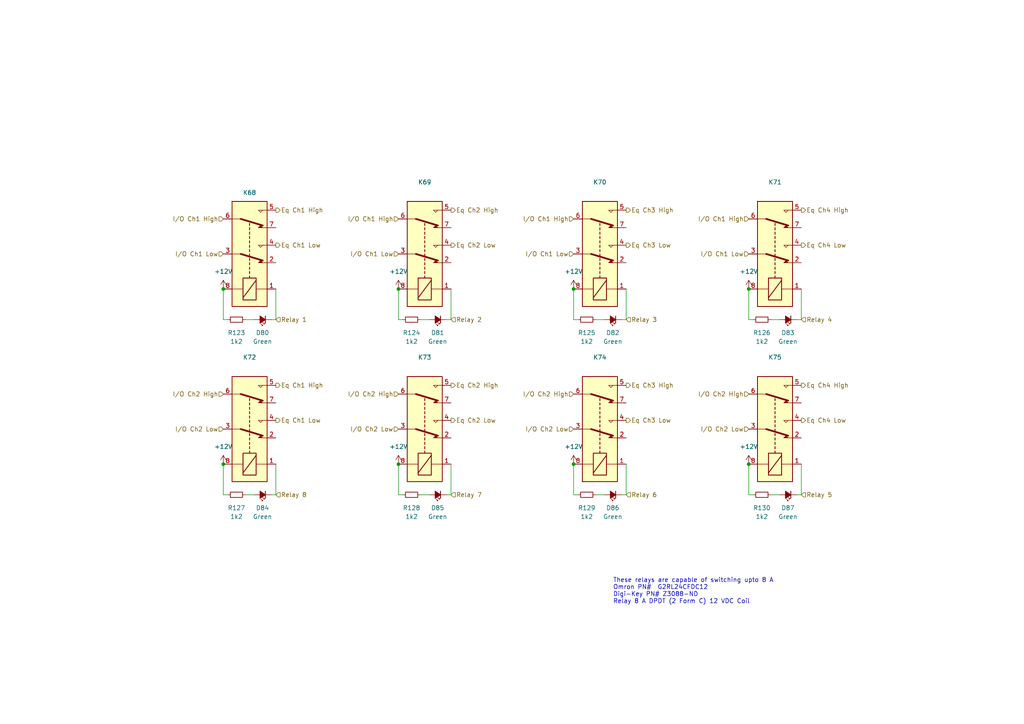
<source format=kicad_sch>
(kicad_sch (version 20211123) (generator eeschema)
  (paper "A4")
  (title_block (title "CIB PCB") (date "2022-05-27") (company "ChargePoint, Inc"))
  (lib_symbols
    (symbol "Device:LED_Small_Filled" (pin_numbers hide) (pin_names (offset 0.254) hide)
      (property "Reference" "D" (at -1.27 3.175 0))
      (property "Value" "LED_Small_Filled" (at -4.445 -2.54 0))
      (symbol "LED_Small_Filled_0_1"
        (polyline (pts (xy -0.762 -1.016) (xy -0.762 1.016)) (stroke (width 0.254)))
        (polyline (pts (xy 1.016 0) (xy -0.762 0)))
        (polyline (pts (xy 0.762 -1.016) (xy -0.762 0) (xy 0.762 1.016) (xy 0.762 -1.016)) (stroke (width 0.254)) (fill (type outline)))
        (polyline (pts (xy 0 0.762) (xy -0.508 1.27) (xy -0.254 1.27) (xy -0.508 1.27) (xy -0.508 1.016)))
        (polyline (pts (xy 0.508 1.27) (xy 0 1.778) (xy 0.254 1.778) (xy 0 1.778) (xy 0 1.524)))
      )
      (symbol "LED_Small_Filled_1_1"
        (pin passive line (at -2.54 0 0) (length 1.778) (name "K") (number "1"))
        (pin passive line (at 2.54 0 180) (length 1.778) (name "A") (number "2"))
      )
    )
    (symbol "Device:R_Small" (pin_numbers hide) (pin_names (offset 0.254) hide)
      (property "Reference" "R" (at 0.762 0.508 0))
      (property "Value" "R_Small" (at 0.762 -1.016 0))
      (symbol "R_Small_0_1"
        (rectangle (start -0.762 1.778) (end 0.762 -1.778) (stroke (width 0.2032)))
      )
      (symbol "R_Small_1_1"
        (pin passive line (at 0 2.54 270) (length 0.762) (name "~") (number "1"))
        (pin passive line (at 0 -2.54 90) (length 0.762) (name "~") (number "2"))
      )
    )
    (symbol "Relay:G2RL-2-DC24"
      (property "Reference" "RL" (at 16.51 3.81 0))
      (property "Value" "G2RL-2-DC24" (at 16.51 1.27 0))
      (symbol "G2RL-2-DC24_0_1"
        (rectangle (start -15.24 5.08) (end 15.24 -5.08) (stroke (width 0.254)) (fill (type background)))
        (rectangle (start -13.335 1.905) (end -6.985 -1.905) (stroke (width 0.254)))
        (polyline (pts (xy -12.7 -1.905) (xy -7.62 1.905)) (stroke (width 0.254)))
        (polyline (pts (xy -10.16 -5.08) (xy -10.16 -1.905)))
        (polyline (pts (xy -10.16 5.08) (xy -10.16 1.905)))
        (polyline (pts (xy -6.985 0) (xy -6.35 0)) (stroke (width 0.254)))
        (polyline (pts (xy -5.715 0) (xy -5.08 0)) (stroke (width 0.254)))
        (polyline (pts (xy -4.445 0) (xy -3.81 0)) (stroke (width 0.254)))
        (polyline (pts (xy -3.175 0) (xy -2.54 0)) (stroke (width 0.254)))
        (polyline (pts (xy -1.905 0) (xy -1.27 0)) (stroke (width 0.254)))
        (polyline (pts (xy -0.635 0) (xy 0 0)) (stroke (width 0.254)))
        (polyline (pts (xy 0 -2.54) (xy -1.905 3.81)) (stroke (width 0.508)))
        (polyline (pts (xy 0 -2.54) (xy 0 -5.08)))
        (polyline (pts (xy 0.635 0) (xy 1.27 0)) (stroke (width 0.254)))
        (polyline (pts (xy 1.905 0) (xy 2.54 0)) (stroke (width 0.254)))
        (polyline (pts (xy 3.175 0) (xy 3.81 0)) (stroke (width 0.254)))
        (polyline (pts (xy 4.445 0) (xy 5.08 0)) (stroke (width 0.254)))
        (polyline (pts (xy 5.715 0) (xy 6.35 0)) (stroke (width 0.254)))
        (polyline (pts (xy 6.985 0) (xy 7.62 0)) (stroke (width 0.254)))
        (polyline (pts (xy 8.255 0) (xy 8.89 0)) (stroke (width 0.254)))
        (polyline (pts (xy 10.16 -2.54) (xy 8.255 3.81)) (stroke (width 0.508)))
        (polyline (pts (xy 10.16 -2.54) (xy 10.16 -5.08)))
        (polyline (pts (xy -2.54 5.08) (xy -2.54 2.54) (xy -1.905 3.175) (xy -2.54 3.81)) (fill (type outline)))
        (polyline (pts (xy 2.54 5.08) (xy 2.54 2.54) (xy 1.905 3.175) (xy 2.54 3.81)))
        (polyline (pts (xy 7.62 5.08) (xy 7.62 2.54) (xy 8.255 3.175) (xy 7.62 3.81)) (fill (type outline)))
        (polyline (pts (xy 12.7 5.08) (xy 12.7 2.54) (xy 12.065 3.175) (xy 12.7 3.81)))
      )
      (symbol "G2RL-2-DC24_1_1"
        (pin passive line (at -10.16 7.62 270) (length 2.54) (name "~") (number "1"))
        (pin passive line (at -2.54 7.62 270) (length 2.54) (name "~") (number "2"))
        (pin passive line (at 0 -7.62 90) (length 2.54) (name "~") (number "3"))
        (pin passive line (at 2.54 7.62 270) (length 2.54) (name "~") (number "4"))
        (pin passive line (at 12.7 7.62 270) (length 2.54) (name "~") (number "5"))
        (pin passive line (at 10.16 -7.62 90) (length 2.54) (name "~") (number "6"))
        (pin passive line (at 7.62 7.62 270) (length 2.54) (name "~") (number "7"))
        (pin passive line (at -10.16 -7.62 90) (length 2.54) (name "~") (number "8"))
      )
    )
    (symbol "power:+12V" (power) (pin_names (offset 0))
      (property "Value" "+12V" (at 0 3.556 0))
      (symbol "+12V_0_1"
        (polyline (pts (xy -0.762 1.27) (xy 0 2.54)))
        (polyline (pts (xy 0 0) (xy 0 2.54)))
        (polyline (pts (xy 0 2.54) (xy 0.762 1.27)))
      )
      (symbol "+12V_1_1"
        (pin power_in line (at 0 0 90) (length 0) hide (name "+12V") (number "1"))
      )
    )
  )
  (junction (at 64.77 134.62))
  (junction (at 217.17 134.62))
  (junction (at 166.37 134.62))
  (junction (at 115.57 83.82))
  (junction (at 115.57 134.62))
  (junction (at 166.37 83.82))
  (junction (at 217.17 83.82))
  (junction (at 64.77 83.82))
  (wire (pts (xy 232.41 143.51) (xy 231.14 143.51)))
  (wire (pts (xy 172.72 143.51) (xy 175.26 143.51)))
  (wire (pts (xy 166.37 143.51) (xy 166.37 134.62)))
  (wire (pts (xy 115.57 143.51) (xy 115.57 134.62)))
  (wire (pts (xy 181.61 92.71) (xy 181.61 83.82)))
  (wire (pts (xy 217.17 92.71) (xy 217.17 83.82)))
  (wire (pts (xy 71.12 143.51) (xy 73.66 143.51)))
  (wire (pts (xy 223.52 143.51) (xy 226.06 143.51)))
  (wire (pts (xy 167.64 143.51) (xy 166.37 143.51)))
  (wire (pts (xy 217.17 143.51) (xy 217.17 134.62)))
  (wire (pts (xy 172.72 92.71) (xy 175.26 92.71)))
  (wire (pts (xy 80.01 143.51) (xy 78.74 143.51)))
  (wire (pts (xy 232.41 92.71) (xy 232.41 83.82)))
  (wire (pts (xy 66.04 92.71) (xy 64.77 92.71)))
  (wire (pts (xy 130.81 143.51) (xy 130.81 134.62)))
  (wire (pts (xy 116.84 92.71) (xy 115.57 92.71)))
  (wire (pts (xy 130.81 143.51) (xy 129.54 143.51)))
  (wire (pts (xy 80.01 83.82) (xy 80.01 92.71)))
  (wire (pts (xy 166.37 92.71) (xy 166.37 83.82)))
  (wire (pts (xy 64.77 143.51) (xy 64.77 134.62)))
  (wire (pts (xy 181.61 143.51) (xy 181.61 134.62)))
  (wire (pts (xy 130.81 92.71) (xy 129.54 92.71)))
  (wire (pts (xy 64.77 92.71) (xy 64.77 83.82)))
  (wire (pts (xy 80.01 143.51) (xy 80.01 134.62)))
  (wire (pts (xy 223.52 92.71) (xy 226.06 92.71)))
  (wire (pts (xy 116.84 143.51) (xy 115.57 143.51)))
  (wire (pts (xy 121.92 92.71) (xy 124.46 92.71)))
  (wire (pts (xy 121.92 143.51) (xy 124.46 143.51)))
  (wire (pts (xy 71.12 92.71) (xy 73.66 92.71)))
  (wire (pts (xy 232.41 92.71) (xy 231.14 92.71)))
  (wire (pts (xy 232.41 143.51) (xy 232.41 134.62)))
  (wire (pts (xy 80.01 92.71) (xy 78.74 92.71)))
  (wire (pts (xy 66.04 143.51) (xy 64.77 143.51)))
  (wire (pts (xy 218.44 143.51) (xy 217.17 143.51)))
  (wire (pts (xy 130.81 92.71) (xy 130.81 83.82)))
  (wire (pts (xy 115.57 92.71) (xy 115.57 83.82)))
  (wire (pts (xy 218.44 92.71) (xy 217.17 92.71)))
  (wire (pts (xy 181.61 92.71) (xy 180.34 92.71)))
  (wire (pts (xy 167.64 92.71) (xy 166.37 92.71)))
  (wire (pts (xy 181.61 143.51) (xy 180.34 143.51)))
  (text "These relays are capable of switching upto 8 A\nOmron PN#  G2RL24CFDC12\nDigi-Key PN# Z3088-ND\nRelay 8 A DPDT (2 Form C) 12 VDC Coil" (at 177.8 175.26 0) (effects (font (size 1.27 1.27)) (justify left bottom)))
  (hierarchical_label "Eq Ch4 Low" (shape output) (at 232.41 121.92 0))
  (hierarchical_label "I{slash}O Ch1 High" (shape input) (at 166.37 63.5 180))
  (hierarchical_label "Relay 2" (shape input) (at 130.81 92.71 0))
  (hierarchical_label "I{slash}O Ch1 Low" (shape input) (at 166.37 73.66 180))
  (hierarchical_label "Relay 7" (shape input) (at 130.81 143.51 0))
  (hierarchical_label "Eq Ch1 Low" (shape output) (at 80.01 71.12 0))
  (hierarchical_label "Eq Ch4 High" (shape output) (at 232.41 60.96 0))
  (hierarchical_label "I{slash}O Ch2 Low" (shape input) (at 166.37 124.46 180))
  (hierarchical_label "Eq Ch3 Low" (shape output) (at 181.61 121.92 0))
  (hierarchical_label "I{slash}O Ch1 Low" (shape input) (at 64.77 73.66 180))
  (hierarchical_label "Relay 3" (shape input) (at 181.61 92.71 0))
  (hierarchical_label "Eq Ch2 High" (shape output) (at 130.81 111.76 0))
  (hierarchical_label "I{slash}O Ch2 Low" (shape input) (at 115.57 124.46 180))
  (hierarchical_label "Eq Ch1 High" (shape output) (at 80.01 60.96 0))
  (hierarchical_label "Relay 1" (shape input) (at 80.01 92.71 0))
  (hierarchical_label "Relay 5" (shape input) (at 232.41 143.51 0))
  (hierarchical_label "I{slash}O Ch1 High" (shape input) (at 115.57 63.5 180))
  (hierarchical_label "Eq Ch4 High" (shape output) (at 232.41 111.76 0))
  (hierarchical_label "I{slash}O Ch2 Low" (shape input) (at 64.77 124.46 180))
  (hierarchical_label "Relay 8" (shape input) (at 80.01 143.51 0))
  (hierarchical_label "Relay 6" (shape input) (at 181.61 143.51 0))
  (hierarchical_label "I{slash}O Ch1 Low" (shape input) (at 115.57 73.66 180))
  (hierarchical_label "Eq Ch3 High" (shape output) (at 181.61 111.76 0))
  (hierarchical_label "Eq Ch1 Low" (shape output) (at 80.01 121.92 0))
  (hierarchical_label "Eq Ch2 Low" (shape output) (at 130.81 71.12 0))
  (hierarchical_label "I{slash}O Ch1 High" (shape input) (at 64.77 63.5 180))
  (hierarchical_label "I{slash}O Ch1 Low" (shape input) (at 217.17 73.66 180))
  (hierarchical_label "Eq Ch2 Low" (shape output) (at 130.81 121.92 0))
  (hierarchical_label "Relay 4" (shape input) (at 232.41 92.71 0))
  (hierarchical_label "Eq Ch3 High" (shape output) (at 181.61 60.96 0))
  (hierarchical_label "Eq Ch1 High" (shape output) (at 80.01 111.76 0))
  (hierarchical_label "Eq Ch3 Low" (shape output) (at 181.61 71.12 0))
  (hierarchical_label "Eq Ch2 High" (shape output) (at 130.81 60.96 0))
  (hierarchical_label "I{slash}O Ch2 Low" (shape input) (at 217.17 124.46 180))
  (hierarchical_label "I{slash}O Ch2 High" (shape input) (at 64.77 114.3 180))
  (hierarchical_label "I{slash}O Ch1 High" (shape input) (at 217.17 63.5 180))
  (hierarchical_label "I{slash}O Ch2 High" (shape input) (at 115.57 114.3 180))
  (hierarchical_label "I{slash}O Ch2 High" (shape input) (at 166.37 114.3 180))
  (hierarchical_label "Eq Ch4 Low" (shape output) (at 232.41 71.12 0))
  (hierarchical_label "I{slash}O Ch2 High" (shape input) (at 217.17 114.3 180))
  (symbol (lib_id "Device:R_Small") (at 68.58 143.51 90) (unit 1)
    (property "Reference" "R127" (at 68.58 147.32 90))
    (property "Value" "1k2" (at 68.58 149.86 90))
    (property "Footprint" "Resistor_SMD:R_1206_3216Metric_Pad1.30x1.75mm_HandSolder" (effects hide))
    (property "Datasheet" "https://industrial.panasonic.com/ww/products/pt/general-purpose-chip-resistors/models/ERJ6GEYJ681V" (effects hide))
    (property "Manufacturer" "Panasonic Electronics Company" (effects hide))
  )
  (symbol (lib_id "Device:LED_Small_Filled") (at 177.8 92.71 180) (unit 1)
    (property "Reference" "D82" (at 177.7365 96.52 0))
    (property "Value" "Green" (at 177.7365 99.06 0))
    (property "Footprint" "Diode_SMD:D_1206_3216Metric_Pad1.42x1.75mm_HandSolder" (effects hide))
    (property "Datasheet" "https://www.we-online.com/katalog/datasheet/150080VS75000.pdf" (effects hide))
    (property "DigiKey #" "732-4993-1-ND" (effects hide))
    (property "Manufacturer #" "150120VS75000" (effects hide))
    (property "Manufacturer" "Würth Elektronik" (effects hide))
    (property "RS #" "8154237P" (effects hide))
    (property "Description" "Green 570nm LED Indication - Discrete 2V 1206 (3216 Metric)" (effects hide))
  )
  (symbol (lib_id "power:+12V") (at 166.37 83.82 0) (unit 1)
    (property "Reference" "#PWR0309" (effects hide))
    (property "Value" "+12V" (at 166.37 78.74 0))
  )
  (symbol (lib_id "power:+12V") (at 166.37 134.62 0) (unit 1)
    (property "Reference" "#PWR0313" (effects hide))
    (property "Value" "+12V" (at 166.37 129.54 0))
  )
  (symbol (lib_id "Relay:G2RL-2-DC24") (at 224.79 73.66 270) (mirror x) (unit 1)
    (property "Reference" "K71" (at 224.79 52.832 90))
    (property "Value" "G2RL" (effects hide))
    (property "Footprint" "Relay_THT:Relay_DPDT_Omron_G2RL" (effects hide))
    (property "Datasheet" "https://components.omron.com/us-en/datasheet_pdf/J117-E1.pdf" (effects hide))
    (property "DigiKey #" "Z4267-ND or Z3088-ND" (effects hide))
    (property "Manufacturer #" "G2RL2ADC12BYOMB or G2RL24CFDC12" (effects hide))
    (property "Manufacturer" "Omron Electronics Inc-EMC Div" (effects hide))
  )
  (symbol (lib_id "Device:R_Small") (at 68.58 92.71 90) (unit 1)
    (property "Reference" "R123" (at 68.58 96.52 90))
    (property "Value" "1k2" (at 68.58 99.06 90))
    (property "Footprint" "Resistor_SMD:R_1206_3216Metric_Pad1.30x1.75mm_HandSolder" (effects hide))
    (property "Datasheet" "https://industrial.panasonic.com/ww/products/pt/general-purpose-chip-resistors/models/ERJ6GEYJ681V" (effects hide))
    (property "Manufacturer" "Panasonic Electronics Company" (effects hide))
  )
  (symbol (lib_id "power:+12V") (at 217.17 83.82 0) (unit 1)
    (property "Reference" "#PWR0310" (effects hide))
    (property "Value" "+12V" (at 217.17 78.74 0))
  )
  (symbol (lib_id "Device:R_Small") (at 220.98 92.71 90) (unit 1)
    (property "Reference" "R126" (at 220.98 96.52 90))
    (property "Value" "1k2" (at 220.98 99.06 90))
    (property "Footprint" "Resistor_SMD:R_1206_3216Metric_Pad1.30x1.75mm_HandSolder" (effects hide))
    (property "Datasheet" "https://industrial.panasonic.com/ww/products/pt/general-purpose-chip-resistors/models/ERJ6GEYJ681V" (effects hide))
    (property "Manufacturer" "Panasonic Electronics Company" (effects hide))
  )
  (symbol (lib_id "Device:LED_Small_Filled") (at 76.2 92.71 180) (unit 1)
    (property "Reference" "D80" (at 76.1365 96.52 0))
    (property "Value" "Green" (at 76.1365 99.06 0))
    (property "Footprint" "Diode_SMD:D_1206_3216Metric_Pad1.42x1.75mm_HandSolder" (effects hide))
    (property "Datasheet" "https://www.we-online.com/katalog/datasheet/150080VS75000.pdf" (effects hide))
    (property "DigiKey #" "732-4993-1-ND" (effects hide))
    (property "Manufacturer #" "150120VS75000" (effects hide))
    (property "Manufacturer" "Würth Elektronik" (effects hide))
    (property "RS #" "8154237P" (effects hide))
    (property "Description" "Green 570nm LED Indication - Discrete 2V 1206 (3216 Metric)" (effects hide))
  )
  (symbol (lib_id "Relay:G2RL-2-DC24") (at 123.19 73.66 270) (mirror x) (unit 1)
    (property "Reference" "K69" (at 123.19 52.832 90))
    (property "Value" "G2RL" (effects hide))
    (property "Footprint" "Relay_THT:Relay_DPDT_Omron_G2RL" (effects hide))
    (property "Datasheet" "https://components.omron.com/us-en/datasheet_pdf/J117-E1.pdf" (effects hide))
    (property "DigiKey #" "Z4267-ND or Z3088-ND" (effects hide))
    (property "Manufacturer #" "G2RL2ADC12BYOMB or G2RL24CFDC12" (effects hide))
    (property "Manufacturer" "Omron Electronics Inc-EMC Div" (effects hide))
  )
  (symbol (lib_id "Device:R_Small") (at 220.98 143.51 90) (unit 1)
    (property "Reference" "R130" (at 220.98 147.32 90))
    (property "Value" "1k2" (at 220.98 149.86 90))
    (property "Footprint" "Resistor_SMD:R_1206_3216Metric_Pad1.30x1.75mm_HandSolder" (effects hide))
    (property "Datasheet" "https://industrial.panasonic.com/ww/products/pt/general-purpose-chip-resistors/models/ERJ6GEYJ681V" (effects hide))
    (property "Manufacturer" "Panasonic Electronics Company" (effects hide))
  )
  (symbol (lib_id "Device:LED_Small_Filled") (at 76.2 143.51 180) (unit 1)
    (property "Reference" "D84" (at 76.1365 147.32 0))
    (property "Value" "Green" (at 76.1365 149.86 0))
    (property "Footprint" "Diode_SMD:D_1206_3216Metric_Pad1.42x1.75mm_HandSolder" (effects hide))
    (property "Datasheet" "https://www.we-online.com/katalog/datasheet/150080VS75000.pdf" (effects hide))
    (property "DigiKey #" "732-4993-1-ND" (effects hide))
    (property "Manufacturer #" "150120VS75000" (effects hide))
    (property "Manufacturer" "Würth Elektronik" (effects hide))
    (property "RS #" "8154237P" (effects hide))
    (property "Description" "Green 570nm LED Indication - Discrete 2V 1206 (3216 Metric)" (effects hide))
  )
  (symbol (lib_id "power:+12V") (at 217.17 134.62 0) (unit 1)
    (property "Reference" "#PWR0314" (effects hide))
    (property "Value" "+12V" (at 217.17 129.54 0))
  )
  (symbol (lib_id "Device:LED_Small_Filled") (at 228.6 143.51 180) (unit 1)
    (property "Reference" "D87" (at 228.5365 147.32 0))
    (property "Value" "Green" (at 228.5365 149.86 0))
    (property "Footprint" "Diode_SMD:D_1206_3216Metric_Pad1.42x1.75mm_HandSolder" (effects hide))
    (property "Datasheet" "https://www.we-online.com/katalog/datasheet/150080VS75000.pdf" (effects hide))
    (property "DigiKey #" "732-4993-1-ND" (effects hide))
    (property "Manufacturer #" "150120VS75000" (effects hide))
    (property "Manufacturer" "Würth Elektronik" (effects hide))
    (property "RS #" "8154237P" (effects hide))
    (property "Description" "Green 570nm LED Indication - Discrete 2V 1206 (3216 Metric)" (effects hide))
  )
  (symbol (lib_id "Device:LED_Small_Filled") (at 127 143.51 180) (unit 1)
    (property "Reference" "D85" (at 126.9365 147.32 0))
    (property "Value" "Green" (at 126.9365 149.86 0))
    (property "Footprint" "Diode_SMD:D_1206_3216Metric_Pad1.42x1.75mm_HandSolder" (effects hide))
    (property "Datasheet" "https://www.we-online.com/katalog/datasheet/150080VS75000.pdf" (effects hide))
    (property "DigiKey #" "732-4993-1-ND" (effects hide))
    (property "Manufacturer #" "150120VS75000" (effects hide))
    (property "Manufacturer" "Würth Elektronik" (effects hide))
    (property "RS #" "8154237P" (effects hide))
    (property "Description" "Green 570nm LED Indication - Discrete 2V 1206 (3216 Metric)" (effects hide))
  )
  (symbol (lib_id "power:+12V") (at 115.57 83.82 0) (unit 1)
    (property "Reference" "#PWR0308" (effects hide))
    (property "Value" "+12V" (at 115.57 78.74 0))
  )
  (symbol (lib_id "Relay:G2RL-2-DC24") (at 123.19 124.46 270) (mirror x) (unit 1)
    (property "Reference" "K73" (at 123.19 103.632 90))
    (property "Value" "G2RL" (effects hide))
    (property "Footprint" "Relay_THT:Relay_DPDT_Omron_G2RL" (effects hide))
    (property "Datasheet" "https://components.omron.com/us-en/datasheet_pdf/J117-E1.pdf" (effects hide))
    (property "DigiKey #" "Z4267-ND or Z3088-ND" (effects hide))
    (property "Manufacturer #" "G2RL2ADC12BYOMB or G2RL24CFDC12" (effects hide))
    (property "Manufacturer" "Omron Electronics Inc-EMC Div" (effects hide))
  )
  (symbol (lib_id "Relay:G2RL-2-DC24") (at 72.39 73.66 270) (mirror x) (unit 1)
    (property "Reference" "K68" (at 72.39 55.88 90))
    (property "Value" "G2RL" (effects hide))
    (property "Footprint" "Relay_THT:Relay_DPDT_Omron_G2RL" (effects hide))
    (property "Datasheet" "https://omronfs.omron.com/en_US/ecb/products/pdf/en-g6k.pdf" (effects hide))
    (property "DigiKey #" "Z117-ND" (effects hide))
    (property "Manufacturer #" "G6K-2P DC12" (effects hide))
    (property "Manufacturer" "Omron Electronics Inc-EMC Div" (effects hide))
  )
  (symbol (lib_id "Device:R_Small") (at 170.18 92.71 90) (unit 1)
    (property "Reference" "R125" (at 170.18 96.52 90))
    (property "Value" "1k2" (at 170.18 99.06 90))
    (property "Footprint" "Resistor_SMD:R_1206_3216Metric_Pad1.30x1.75mm_HandSolder" (effects hide))
    (property "Datasheet" "https://industrial.panasonic.com/ww/products/pt/general-purpose-chip-resistors/models/ERJ6GEYJ681V" (effects hide))
    (property "Manufacturer" "Panasonic Electronics Company" (effects hide))
  )
  (symbol (lib_id "Device:R_Small") (at 170.18 143.51 90) (unit 1)
    (property "Reference" "R129" (at 170.18 147.32 90))
    (property "Value" "1k2" (at 170.18 149.86 90))
    (property "Footprint" "Resistor_SMD:R_1206_3216Metric_Pad1.30x1.75mm_HandSolder" (effects hide))
    (property "Datasheet" "https://industrial.panasonic.com/ww/products/pt/general-purpose-chip-resistors/models/ERJ6GEYJ681V" (effects hide))
    (property "Manufacturer" "Panasonic Electronics Company" (effects hide))
  )
  (symbol (lib_id "Device:LED_Small_Filled") (at 228.6 92.71 180) (unit 1)
    (property "Reference" "D83" (at 228.5365 96.52 0))
    (property "Value" "Green" (at 228.5365 99.06 0))
    (property "Footprint" "Diode_SMD:D_1206_3216Metric_Pad1.42x1.75mm_HandSolder" (effects hide))
    (property "Datasheet" "https://www.we-online.com/katalog/datasheet/150080VS75000.pdf" (effects hide))
    (property "DigiKey #" "732-4993-1-ND" (effects hide))
    (property "Manufacturer #" "150120VS75000" (effects hide))
    (property "Manufacturer" "Würth Elektronik" (effects hide))
    (property "RS #" "8154237P" (effects hide))
    (property "Description" "Green 570nm LED Indication - Discrete 2V 1206 (3216 Metric)" (effects hide))
  )
  (symbol (lib_id "Device:R_Small") (at 119.38 92.71 90) (unit 1)
    (property "Reference" "R124" (at 119.38 96.52 90))
    (property "Value" "1k2" (at 119.38 99.06 90))
    (property "Footprint" "Resistor_SMD:R_1206_3216Metric_Pad1.30x1.75mm_HandSolder" (effects hide))
    (property "Datasheet" "https://industrial.panasonic.com/ww/products/pt/general-purpose-chip-resistors/models/ERJ6GEYJ681V" (effects hide))
    (property "Manufacturer" "Panasonic Electronics Company" (effects hide))
  )
  (symbol (lib_id "power:+12V") (at 115.57 134.62 0) (unit 1)
    (property "Reference" "#PWR0312" (effects hide))
    (property "Value" "+12V" (at 115.57 129.54 0))
  )
  (symbol (lib_id "Device:R_Small") (at 119.38 143.51 90) (unit 1)
    (property "Reference" "R128" (at 119.38 147.32 90))
    (property "Value" "1k2" (at 119.38 149.86 90))
    (property "Footprint" "Resistor_SMD:R_1206_3216Metric_Pad1.30x1.75mm_HandSolder" (effects hide))
    (property "Datasheet" "https://industrial.panasonic.com/ww/products/pt/general-purpose-chip-resistors/models/ERJ6GEYJ681V" (effects hide))
    (property "Manufacturer" "Panasonic Electronics Company" (effects hide))
  )
  (symbol (lib_id "Relay:G2RL-2-DC24") (at 173.99 73.66 270) (mirror x) (unit 1)
    (property "Reference" "K70" (at 173.99 52.832 90))
    (property "Value" "G2RL" (effects hide))
    (property "Footprint" "Relay_THT:Relay_DPDT_Omron_G2RL" (effects hide))
    (property "Datasheet" "https://components.omron.com/us-en/datasheet_pdf/J117-E1.pdf" (effects hide))
    (property "DigiKey #" "Z4267-ND or Z3088-ND" (effects hide))
    (property "Manufacturer #" "G2RL2ADC12BYOMB or G2RL24CFDC12" (effects hide))
    (property "Manufacturer" "Omron Electronics Inc-EMC Div" (effects hide))
  )
  (symbol (lib_id "Device:LED_Small_Filled") (at 127 92.71 180) (unit 1)
    (property "Reference" "D81" (at 126.9365 96.52 0))
    (property "Value" "Green" (at 126.9365 99.06 0))
    (property "Footprint" "Diode_SMD:D_1206_3216Metric_Pad1.42x1.75mm_HandSolder" (effects hide))
    (property "Datasheet" "https://www.we-online.com/katalog/datasheet/150080VS75000.pdf" (effects hide))
    (property "DigiKey #" "732-4993-1-ND" (effects hide))
    (property "Manufacturer #" "150120VS75000" (effects hide))
    (property "Manufacturer" "Würth Elektronik" (effects hide))
    (property "RS #" "8154237P" (effects hide))
    (property "Description" "Green 570nm LED Indication - Discrete 2V 1206 (3216 Metric)" (effects hide))
  )
  (symbol (lib_id "Relay:G2RL-2-DC24") (at 224.79 124.46 270) (mirror x) (unit 1)
    (property "Reference" "K75" (at 224.79 103.632 90))
    (property "Value" "G2RL" (effects hide))
    (property "Footprint" "Relay_THT:Relay_DPDT_Omron_G2RL" (effects hide))
    (property "Datasheet" "https://components.omron.com/us-en/datasheet_pdf/J117-E1.pdf" (effects hide))
    (property "DigiKey #" "Z4267-ND or Z3088-ND" (effects hide))
    (property "Manufacturer #" "G2RL2ADC12BYOMB or G2RL24CFDC12" (effects hide))
    (property "Manufacturer" "Omron Electronics Inc-EMC Div" (effects hide))
  )
  (symbol (lib_id "power:+12V") (at 64.77 83.82 0) (unit 1)
    (property "Reference" "#PWR0307" (effects hide))
    (property "Value" "+12V" (at 64.77 78.74 0))
  )
  (symbol (lib_id "Device:LED_Small_Filled") (at 177.8 143.51 180) (unit 1)
    (property "Reference" "D86" (at 177.7365 147.32 0))
    (property "Value" "Green" (at 177.7365 149.86 0))
    (property "Footprint" "Diode_SMD:D_1206_3216Metric_Pad1.42x1.75mm_HandSolder" (effects hide))
    (property "Datasheet" "https://www.we-online.com/katalog/datasheet/150080VS75000.pdf" (effects hide))
    (property "DigiKey #" "732-4993-1-ND" (effects hide))
    (property "Manufacturer #" "150120VS75000" (effects hide))
    (property "Manufacturer" "Würth Elektronik" (effects hide))
    (property "RS #" "8154237P" (effects hide))
    (property "Description" "Green 570nm LED Indication - Discrete 2V 1206 (3216 Metric)" (effects hide))
  )
  (symbol (lib_id "power:+12V") (at 64.77 134.62 0) (unit 1)
    (property "Reference" "#PWR0311" (effects hide))
    (property "Value" "+12V" (at 64.77 129.54 0))
  )
  (symbol (lib_id "Relay:G2RL-2-DC24") (at 173.99 124.46 270) (mirror x) (unit 1)
    (property "Reference" "K74" (at 173.99 103.632 90))
    (property "Value" "G2RL" (effects hide))
    (property "Footprint" "Relay_THT:Relay_DPDT_Omron_G2RL" (effects hide))
    (property "Datasheet" "https://components.omron.com/us-en/datasheet_pdf/J117-E1.pdf" (effects hide))
    (property "DigiKey #" "Z4267-ND or Z3088-ND" (effects hide))
    (property "Manufacturer #" "G2RL2ADC12BYOMB or G2RL24CFDC12" (effects hide))
    (property "Manufacturer" "Omron Electronics Inc-EMC Div" (effects hide))
  )
  (symbol (lib_id "Relay:G2RL-2-DC24") (at 72.39 124.46 270) (mirror x) (unit 1)
    (property "Reference" "K72" (at 72.39 103.632 90))
    (property "Value" "G2RL" (effects hide))
    (property "Footprint" "Relay_THT:Relay_DPDT_Omron_G2RL" (effects hide))
    (property "Datasheet" "https://components.omron.com/us-en/datasheet_pdf/J117-E1.pdf" (effects hide))
    (property "DigiKey #" "Z4267-ND or Z3088-ND" (effects hide))
    (property "Manufacturer #" "G2RL2ADC12BYOMB or G2RL24CFDC12" (effects hide))
    (property "Manufacturer" "Omron Electronics Inc-EMC Div" (effects hide))
  )
)
</source>
